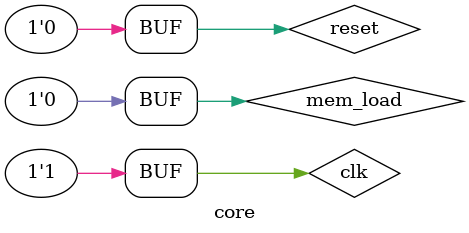
<source format=v>
`timescale 1ns/1ps
module core;
    
    reg clk;
    reg reset;

    wire [31:0] pc;

    // data memory
    wire [31:0] mem_addr;
    wire [31:0] mem_data;
    wire [31:0] mem_write_data;
    wire mem_write_en;
    reg mem_load;
    memory mem(clk, reset, mem_addr, mem_data, mem_write_data, mem_write_en, mem_load);

    // register file

    wire [4:0] reg_rs;
    wire [4:0] reg_rt;
    wire [4:0] reg_rd;
    wire reg_write_en;
    wire [31:0] reg_rs_data;
    wire [31:0] reg_rt_data;
    wire [31:0] reg_rd_data;

    register reg_file(clk, reset, reg_rs, reg_rt, reg_rd, reg_write_en, reg_rs_data, reg_rt_data, reg_rd_data);

    // alu
    wire [31:0] alu_imm1;
    wire [31:0] alu_imm0;
    wire [3:0] alu_op;
    wire [31:0] alu_result;
    wire [1:0] alu_mask;
    wire [3:0] alu_flags;
    alu core_alu(reg_rs_data, reg_rt_data, alu_imm1, alu_imm0, alu_op, alu_mask, alu_result, alu_flags);
    
    decoder core_deocder(	/* System In */
        clk, reset, 
        /* Decoder Out */
        pc,

        /* ALU In */
        alu_result, alu_flags, //  
        /* ALU Control Out */
        alu_op, alu_mask /* 00 all reg, 01/10 (a, b) reg + imm, 11 forbidden */, alu_imm1, alu_imm0,

        /* Memory In */
        mem_data,
        /* Memory Out */
        mem_addr, mem_write_en, mem_write_data, 

        /* Register In */
        reg_rs_data, reg_rt_data,
        /* Register Out */
        reg_rs, reg_rt, reg_rd,
        reg_rd_data, reg_write_en
    );

    // test module
    initial begin
        $display("Start");
        mem_load = 1;reset = 1; #5; reset = 0; mem_load = 0;
    end
    always #500 begin
      clk = 0; #250; clk = 1; #250;
    end
endmodule

</source>
